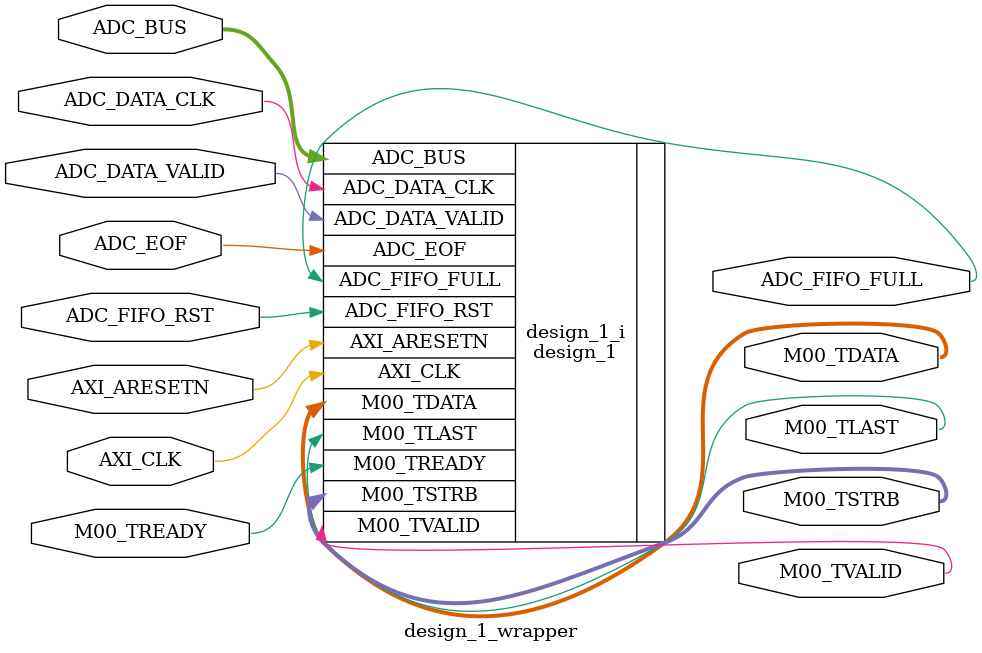
<source format=v>
`timescale 1 ps / 1 ps

module design_1_wrapper
   (ADC_BUS,
    ADC_DATA_CLK,
    ADC_DATA_VALID,
    ADC_EOF,
    ADC_FIFO_FULL,
    ADC_FIFO_RST,
    AXI_ARESETN,
    AXI_CLK,
    M00_TDATA,
    M00_TLAST,
    M00_TREADY,
    M00_TSTRB,
    M00_TVALID);
  input [63:0]ADC_BUS;
  input ADC_DATA_CLK;
  input ADC_DATA_VALID;
  input ADC_EOF;
  output ADC_FIFO_FULL;
  input ADC_FIFO_RST;
  input AXI_ARESETN;
  input AXI_CLK;
  output [63:0]M00_TDATA;
  output M00_TLAST;
  input M00_TREADY;
  output [7:0]M00_TSTRB;
  output M00_TVALID;

  wire [63:0]ADC_BUS;
  wire ADC_DATA_CLK;
  wire ADC_DATA_VALID;
  wire ADC_EOF;
  wire ADC_FIFO_FULL;
  wire ADC_FIFO_RST;
  wire AXI_ARESETN;
  wire AXI_CLK;
  wire [63:0]M00_TDATA;
  wire M00_TLAST;
  wire M00_TREADY;
  wire [7:0]M00_TSTRB;
  wire M00_TVALID;

  design_1 design_1_i
       (.ADC_BUS(ADC_BUS),
        .ADC_DATA_CLK(ADC_DATA_CLK),
        .ADC_DATA_VALID(ADC_DATA_VALID),
        .ADC_EOF(ADC_EOF),
        .ADC_FIFO_FULL(ADC_FIFO_FULL),
        .ADC_FIFO_RST(ADC_FIFO_RST),
        .AXI_ARESETN(AXI_ARESETN),
        .AXI_CLK(AXI_CLK),
        .M00_TDATA(M00_TDATA),
        .M00_TLAST(M00_TLAST),
        .M00_TREADY(M00_TREADY),
        .M00_TSTRB(M00_TSTRB),
        .M00_TVALID(M00_TVALID));
endmodule

</source>
